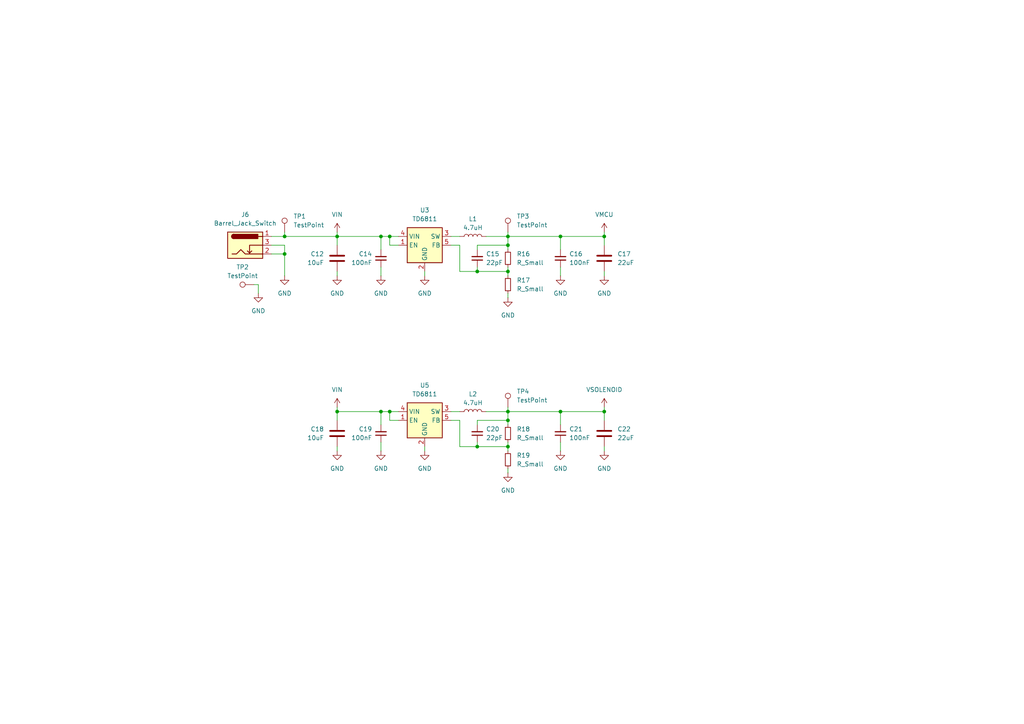
<source format=kicad_sch>
(kicad_sch (version 20231120) (generator "eeschema") (generator_version "8.0")
  (paper "A4")
  (lib_symbols
    (symbol "Connector:Barrel_Jack_Switch" (pin_names hide)
      (property "Reference" "J" (at 0 5.334 0))
      (property "Value" "Barrel_Jack_Switch" (at 0 -5.08 0))
      (symbol "Barrel_Jack_Switch_0_1"
        (rectangle (start -5.08 3.81) (end 5.08 -3.81) (stroke (width 0.254)) (fill (type background)))
        (arc (start -3.302 3.175) (mid -3.9343 2.54) (end -3.302 1.905) (stroke (width 0.254)))
        (arc (start -3.302 3.175) (mid -3.9343 2.54) (end -3.302 1.905) (stroke (width 0.254)) (fill (type outline)))
        (polyline (pts (xy 1.27 -2.286) (xy 1.905 -1.651)) (stroke (width 0.254)))
        (polyline (pts (xy 5.08 2.54) (xy 3.81 2.54)) (stroke (width 0.254)))
        (polyline (pts (xy 5.08 0) (xy 1.27 0) (xy 1.27 -2.286) (xy 0.635 -1.651)) (stroke (width 0.254)))
        (polyline (pts (xy -3.81 -2.54) (xy -2.54 -2.54) (xy -1.27 -1.27) (xy 0 -2.54) (xy 2.54 -2.54) (xy 5.08 -2.54)) (stroke (width 0.254)))
        (rectangle (start 3.683 3.175) (end -3.302 1.905) (stroke (width 0.254)) (fill (type outline)))
      )
      (symbol "Barrel_Jack_Switch_1_1"
        (pin passive line (at 7.62 2.54 180) (length 2.54) (name "~") (number "1"))
        (pin passive line (at 7.62 -2.54 180) (length 2.54) (name "~") (number "2"))
        (pin passive line (at 7.62 0 180) (length 2.54) (name "~") (number "3"))
      )
    )
    (symbol "Connector:TestPoint" (pin_numbers hide) (pin_names (offset 0.762) hide)
      (property "Reference" "TP" (at 0 6.858 0))
      (property "Value" "TestPoint" (at 0 5.08 0))
      (symbol "TestPoint_0_1"
        (circle (center 0 3.302) (radius 0.762))
      )
      (symbol "TestPoint_1_1"
        (pin passive line (at 0 0 90) (length 2.54) (name "1") (number "1"))
      )
    )
    (symbol "Device:C" (pin_numbers hide) (pin_names (offset 0.254))
      (property "Reference" "C" (at 0.635 2.54 0))
      (property "Value" "C" (at 0.635 -2.54 0))
      (symbol "C_0_1"
        (polyline (pts (xy -2.032 -0.762) (xy 2.032 -0.762)) (stroke (width 0.508)))
        (polyline (pts (xy -2.032 0.762) (xy 2.032 0.762)) (stroke (width 0.508)))
      )
      (symbol "C_1_1"
        (pin passive line (at 0 3.81 270) (length 2.794) (name "~") (number "1"))
        (pin passive line (at 0 -3.81 90) (length 2.794) (name "~") (number "2"))
      )
    )
    (symbol "Device:C_Small" (pin_numbers hide) (pin_names (offset 0.254) hide)
      (property "Reference" "C" (at 0.254 1.778 0))
      (property "Value" "C_Small" (at 0.254 -2.032 0))
      (symbol "C_Small_0_1"
        (polyline (pts (xy -1.524 -0.508) (xy 1.524 -0.508)) (stroke (width 0.3302)))
        (polyline (pts (xy -1.524 0.508) (xy 1.524 0.508)) (stroke (width 0.3048)))
      )
      (symbol "C_Small_1_1"
        (pin passive line (at 0 2.54 270) (length 2.032) (name "~") (number "1"))
        (pin passive line (at 0 -2.54 90) (length 2.032) (name "~") (number "2"))
      )
    )
    (symbol "Device:L" (pin_numbers hide) (pin_names (offset 1.016) hide)
      (property "Reference" "L" (at -1.27 0 90))
      (property "Value" "L" (at 1.905 0 90))
      (symbol "L_0_1"
        (arc (start 0 -2.54) (mid 0.6323 -1.905) (end 0 -1.27))
        (arc (start 0 -1.27) (mid 0.6323 -0.635) (end 0 0))
        (arc (start 0 0) (mid 0.6323 0.635) (end 0 1.27))
        (arc (start 0 1.27) (mid 0.6323 1.905) (end 0 2.54))
      )
      (symbol "L_1_1"
        (pin passive line (at 0 3.81 270) (length 1.27) (name "1") (number "1"))
        (pin passive line (at 0 -3.81 90) (length 1.27) (name "2") (number "2"))
      )
    )
    (symbol "Device:R_Small" (pin_numbers hide) (pin_names (offset 0.254) hide)
      (property "Reference" "R" (at 0.762 0.508 0))
      (property "Value" "R_Small" (at 0.762 -1.016 0))
      (symbol "R_Small_0_1"
        (rectangle (start -0.762 1.778) (end 0.762 -1.778) (stroke (width 0.2032)))
      )
      (symbol "R_Small_1_1"
        (pin passive line (at 0 2.54 270) (length 0.762) (name "~") (number "1"))
        (pin passive line (at 0 -2.54 90) (length 0.762) (name "~") (number "2"))
      )
    )
    (symbol "Regulator_Switching:TLV62568DBV"
      (property "Reference" "U" (at -5.08 6.35 0))
      (property "Value" "TLV62568DBV" (at 0 6.35 0))
      (symbol "TLV62568DBV_0_1"
        (rectangle (start -5.08 5.08) (end 5.08 -5.08) (stroke (width 0.254)) (fill (type background)))
      )
      (symbol "TLV62568DBV_1_1"
        (pin input line (at -7.62 0 0) (length 2.54) (name "EN") (number "1"))
        (pin power_in line (at 0 -7.62 90) (length 2.54) (name "GND") (number "2"))
        (pin power_out line (at 7.62 2.54 180) (length 2.54) (name "SW") (number "3"))
        (pin power_in line (at -7.62 2.54 0) (length 2.54) (name "VIN") (number "4"))
        (pin input line (at 7.62 0 180) (length 2.54) (name "FB") (number "5"))
      )
    )
    (symbol "power:+12V" (power) (pin_numbers hide) (pin_names (offset 0) hide)
      (property "Value" "+12V" (at 0 3.556 0))
      (symbol "+12V_0_1"
        (polyline (pts (xy -0.762 1.27) (xy 0 2.54)))
        (polyline (pts (xy 0 0) (xy 0 2.54)))
        (polyline (pts (xy 0 2.54) (xy 0.762 1.27)))
      )
      (symbol "+12V_1_1"
        (pin power_in line (at 0 0 90) (length 0) (name "~") (number "1"))
      )
    )
    (symbol "power:+3V3" (power) (pin_numbers hide) (pin_names (offset 0) hide)
      (property "Value" "+3V3" (at 0 3.556 0))
      (symbol "+3V3_0_1"
        (polyline (pts (xy -0.762 1.27) (xy 0 2.54)))
        (polyline (pts (xy 0 0) (xy 0 2.54)))
        (polyline (pts (xy 0 2.54) (xy 0.762 1.27)))
      )
      (symbol "+3V3_1_1"
        (pin power_in line (at 0 0 90) (length 0) (name "~") (number "1"))
      )
    )
    (symbol "power:GND" (power) (pin_numbers hide) (pin_names (offset 0) hide)
      (property "Value" "GND" (at 0 -3.81 0))
      (symbol "GND_0_1"
        (polyline (pts (xy 0 0) (xy 0 -1.27) (xy 1.27 -1.27) (xy 0 -2.54) (xy -1.27 -1.27) (xy 0 -1.27)))
      )
      (symbol "GND_1_1"
        (pin power_in line (at 0 0 270) (length 0) (name "~") (number "1"))
      )
    )
  )
  (junction (at 82.55 73.66))
  (junction (at 113.03 68.58))
  (junction (at 162.56 68.58))
  (junction (at 82.55 68.58))
  (junction (at 110.49 119.38))
  (junction (at 147.32 119.38))
  (junction (at 147.32 129.54))
  (junction (at 162.56 119.38))
  (junction (at 110.49 68.58))
  (junction (at 138.43 129.54))
  (junction (at 138.43 78.74))
  (junction (at 147.32 121.92))
  (junction (at 147.32 68.58))
  (junction (at 113.03 119.38))
  (junction (at 147.32 78.74))
  (junction (at 175.26 68.58))
  (junction (at 97.79 119.38))
  (junction (at 147.32 71.12))
  (junction (at 175.26 119.38))
  (junction (at 97.79 68.58))
  (wire (pts (xy 115.57 68.58) (xy 113.03 68.58)))
  (wire (pts (xy 147.32 68.58) (xy 140.97 68.58)))
  (wire (pts (xy 162.56 68.58) (xy 162.56 72.39)))
  (wire (pts (xy 74.93 85.09) (xy 74.93 82.55)))
  (wire (pts (xy 138.43 123.19) (xy 138.43 121.92)))
  (wire (pts (xy 130.81 119.38) (xy 133.35 119.38)))
  (wire (pts (xy 113.03 71.12) (xy 113.03 68.58)))
  (wire (pts (xy 147.32 78.74) (xy 147.32 77.47)))
  (wire (pts (xy 133.35 121.92) (xy 133.35 129.54)))
  (wire (pts (xy 110.49 130.81) (xy 110.49 128.27)))
  (wire (pts (xy 147.32 71.12) (xy 147.32 72.39)))
  (wire (pts (xy 175.26 68.58) (xy 175.26 71.12)))
  (wire (pts (xy 133.35 78.74) (xy 138.43 78.74)))
  (wire (pts (xy 115.57 71.12) (xy 113.03 71.12)))
  (wire (pts (xy 175.26 119.38) (xy 162.56 119.38)))
  (wire (pts (xy 97.79 130.81) (xy 97.79 129.54)))
  (wire (pts (xy 113.03 119.38) (xy 110.49 119.38)))
  (wire (pts (xy 78.74 68.58) (xy 82.55 68.58)))
  (wire (pts (xy 113.03 68.58) (xy 110.49 68.58)))
  (wire (pts (xy 138.43 128.27) (xy 138.43 129.54)))
  (wire (pts (xy 82.55 71.12) (xy 78.74 71.12)))
  (wire (pts (xy 82.55 68.58) (xy 97.79 68.58)))
  (wire (pts (xy 115.57 119.38) (xy 113.03 119.38)))
  (wire (pts (xy 147.32 71.12) (xy 147.32 68.58)))
  (wire (pts (xy 97.79 119.38) (xy 97.79 121.92)))
  (wire (pts (xy 175.26 68.58) (xy 162.56 68.58)))
  (wire (pts (xy 147.32 119.38) (xy 140.97 119.38)))
  (wire (pts (xy 110.49 119.38) (xy 110.49 123.19)))
  (wire (pts (xy 147.32 68.58) (xy 162.56 68.58)))
  (wire (pts (xy 130.81 121.92) (xy 133.35 121.92)))
  (wire (pts (xy 115.57 121.92) (xy 113.03 121.92)))
  (wire (pts (xy 175.26 80.01) (xy 175.26 78.74)))
  (wire (pts (xy 147.32 121.92) (xy 147.32 119.38)))
  (wire (pts (xy 82.55 73.66) (xy 82.55 71.12)))
  (wire (pts (xy 147.32 80.01) (xy 147.32 78.74)))
  (wire (pts (xy 133.35 129.54) (xy 138.43 129.54)))
  (wire (pts (xy 147.32 86.36) (xy 147.32 85.09)))
  (wire (pts (xy 147.32 137.16) (xy 147.32 135.89)))
  (wire (pts (xy 175.26 119.38) (xy 175.26 121.92)))
  (wire (pts (xy 147.32 118.11) (xy 147.32 119.38)))
  (wire (pts (xy 147.32 130.81) (xy 147.32 129.54)))
  (wire (pts (xy 138.43 71.12) (xy 147.32 71.12)))
  (wire (pts (xy 138.43 77.47) (xy 138.43 78.74)))
  (wire (pts (xy 162.56 119.38) (xy 162.56 123.19)))
  (wire (pts (xy 147.32 67.31) (xy 147.32 68.58)))
  (wire (pts (xy 113.03 121.92) (xy 113.03 119.38)))
  (wire (pts (xy 175.26 67.31) (xy 175.26 68.58)))
  (wire (pts (xy 162.56 130.81) (xy 162.56 128.27)))
  (wire (pts (xy 175.26 118.11) (xy 175.26 119.38)))
  (wire (pts (xy 97.79 68.58) (xy 110.49 68.58)))
  (wire (pts (xy 97.79 67.31) (xy 97.79 68.58)))
  (wire (pts (xy 82.55 67.31) (xy 82.55 68.58)))
  (wire (pts (xy 147.32 119.38) (xy 162.56 119.38)))
  (wire (pts (xy 97.79 118.11) (xy 97.79 119.38)))
  (wire (pts (xy 175.26 130.81) (xy 175.26 129.54)))
  (wire (pts (xy 110.49 68.58) (xy 110.49 72.39)))
  (wire (pts (xy 74.93 82.55) (xy 73.66 82.55)))
  (wire (pts (xy 78.74 73.66) (xy 82.55 73.66)))
  (wire (pts (xy 138.43 121.92) (xy 147.32 121.92)))
  (wire (pts (xy 147.32 121.92) (xy 147.32 123.19)))
  (wire (pts (xy 97.79 119.38) (xy 110.49 119.38)))
  (wire (pts (xy 97.79 68.58) (xy 97.79 71.12)))
  (wire (pts (xy 123.19 130.81) (xy 123.19 129.54)))
  (wire (pts (xy 147.32 129.54) (xy 147.32 128.27)))
  (wire (pts (xy 133.35 71.12) (xy 133.35 78.74)))
  (wire (pts (xy 82.55 80.01) (xy 82.55 73.66)))
  (wire (pts (xy 97.79 80.01) (xy 97.79 78.74)))
  (wire (pts (xy 130.81 68.58) (xy 133.35 68.58)))
  (wire (pts (xy 138.43 78.74) (xy 147.32 78.74)))
  (wire (pts (xy 138.43 129.54) (xy 147.32 129.54)))
  (wire (pts (xy 138.43 72.39) (xy 138.43 71.12)))
  (wire (pts (xy 110.49 80.01) (xy 110.49 77.47)))
  (wire (pts (xy 130.81 71.12) (xy 133.35 71.12)))
  (wire (pts (xy 123.19 80.01) (xy 123.19 78.74)))
  (wire (pts (xy 162.56 80.01) (xy 162.56 77.47)))
  (symbol (lib_id "Device:C") (at 97.79 74.93 0) (unit 1)
    (property "Reference" "C12" (at 93.98 73.6599 0) (effects (justify right)))
    (property "Value" "10uF" (at 93.98 76.1999 0) (effects (justify right)))
    (property "Footprint" "Capacitor_SMD:C_0805_2012Metric" (effects (hide yes)))
    (property "Description" "Unpolarized capacitor" (effects (hide yes)))
  )
  (symbol (lib_id "power:GND") (at 162.56 130.81 0) (unit 1)
    (property "Reference" "#PWR053" (effects (hide yes)))
    (property "Value" "GND" (at 162.56 135.89 0))
    (property "Description" "Power symbol creates a global label with name \"GND\" , ground" (effects (hide yes)))
  )
  (symbol (lib_id "power:GND") (at 97.79 80.01 0) (mirror y) (unit 1)
    (property "Reference" "#PWR041" (effects (hide yes)))
    (property "Value" "GND" (at 97.79 85.09 0))
    (property "Description" "Power symbol creates a global label with name \"GND\" , ground" (effects (hide yes)))
  )
  (symbol (lib_id "power:GND") (at 147.32 137.16 0) (unit 1)
    (property "Reference" "#PWR052" (effects (hide yes)))
    (property "Value" "GND" (at 147.32 142.24 0))
    (property "Description" "Power symbol creates a global label with name \"GND\" , ground" (effects (hide yes)))
  )
  (symbol (lib_id "Device:C_Small") (at 138.43 125.73 180) (unit 1)
    (property "Reference" "C20" (at 140.97 124.4535 0) (effects (justify right)))
    (property "Value" "22pF" (at 140.97 126.9935 0) (effects (justify right)))
    (property "Footprint" "Capacitor_SMD:C_0603_1608Metric" (effects (hide yes)))
    (property "Description" "Unpolarized capacitor, small symbol" (effects (hide yes)))
  )
  (symbol (lib_id "power:GND") (at 175.26 130.81 0) (unit 1)
    (property "Reference" "#PWR055" (effects (hide yes)))
    (property "Value" "GND" (at 175.26 135.89 0))
    (property "Description" "Power symbol creates a global label with name \"GND\" , ground" (effects (hide yes)))
  )
  (symbol (lib_id "Device:C_Small") (at 138.43 74.93 180) (unit 1)
    (property "Reference" "C15" (at 140.97 73.6535 0) (effects (justify right)))
    (property "Value" "22pF" (at 140.97 76.1935 0) (effects (justify right)))
    (property "Footprint" "Capacitor_SMD:C_0603_1608Metric" (effects (hide yes)))
    (property "Description" "Unpolarized capacitor, small symbol" (effects (hide yes)))
  )
  (symbol (lib_id "Connector:TestPoint") (at 147.32 118.11 0) (unit 1)
    (property "Reference" "TP4" (at 149.86 113.5379 0) (effects (justify left)))
    (property "Value" "TestPoint" (at 149.86 116.0779 0) (effects (justify left)))
    (property "Footprint" "TestPoint:TestPoint_Pad_D1.0mm" (effects (hide yes)))
    (property "Description" "test point" (effects (hide yes)))
  )
  (symbol (lib_id "Device:C_Small") (at 162.56 125.73 180) (unit 1)
    (property "Reference" "C21" (at 165.1 124.4535 0) (effects (justify right)))
    (property "Value" "100nF" (at 165.1 126.9935 0) (effects (justify right)))
    (property "Footprint" "Capacitor_SMD:C_0603_1608Metric" (effects (hide yes)))
    (property "Description" "Unpolarized capacitor, small symbol" (effects (hide yes)))
  )
  (symbol (lib_id "Device:C_Small") (at 162.56 74.93 180) (unit 1)
    (property "Reference" "C16" (at 165.1 73.6535 0) (effects (justify right)))
    (property "Value" "100nF" (at 165.1 76.1935 0) (effects (justify right)))
    (property "Footprint" "Capacitor_SMD:C_0603_1608Metric" (effects (hide yes)))
    (property "Description" "Unpolarized capacitor, small symbol" (effects (hide yes)))
  )
  (symbol (lib_id "Device:L") (at 137.16 119.38 90) (unit 1)
    (property "Reference" "L2" (at 137.16 114.3 90))
    (property "Value" "4.7uH" (at 137.16 116.84 90))
    (property "Footprint" "Inductor_SMD:L_Abracon_ASPI-0425" (effects (hide yes)))
    (property "Description" "Inductor" (effects (hide yes)))
  )
  (symbol (lib_id "power:GND") (at 82.55 80.01 0) (mirror y) (unit 1)
    (property "Reference" "#PWR054" (effects (hide yes)))
    (property "Value" "GND" (at 82.55 85.09 0))
    (property "Description" "Power symbol creates a global label with name \"GND\" , ground" (effects (hide yes)))
  )
  (symbol (lib_id "power:+3V3") (at 97.79 67.31 0) (unit 1)
    (property "Reference" "#PWR040" (effects (hide yes)))
    (property "Value" "VIN" (at 97.79 62.23 0))
    (property "Description" "Power symbol creates a global label with name \"+3V3\"" (effects (hide yes)))
  )
  (symbol (lib_id "power:+12V") (at 175.26 118.11 0) (unit 1)
    (property "Reference" "#PWR056" (effects (hide yes)))
    (property "Value" "VSOLENOID" (at 175.26 113.03 0))
    (property "Description" "Power symbol creates a global label with name \"+12V\"" (effects (hide yes)))
  )
  (symbol (lib_id "Device:C_Small") (at 110.49 125.73 0) (mirror x) (unit 1)
    (property "Reference" "C19" (at 107.95 124.4535 0) (effects (justify right)))
    (property "Value" "100nF" (at 107.95 126.9935 0) (effects (justify right)))
    (property "Footprint" "Capacitor_SMD:C_0603_1608Metric" (effects (hide yes)))
    (property "Description" "Unpolarized capacitor, small symbol" (effects (hide yes)))
  )
  (symbol (lib_id "power:GND") (at 175.26 80.01 0) (unit 1)
    (property "Reference" "#PWR047" (effects (hide yes)))
    (property "Value" "GND" (at 175.26 85.09 0))
    (property "Description" "Power symbol creates a global label with name \"GND\" , ground" (effects (hide yes)))
  )
  (symbol (lib_id "power:GND") (at 162.56 80.01 0) (unit 1)
    (property "Reference" "#PWR045" (effects (hide yes)))
    (property "Value" "GND" (at 162.56 85.09 0))
    (property "Description" "Power symbol creates a global label with name \"GND\" , ground" (effects (hide yes)))
  )
  (symbol (lib_id "Connector:Barrel_Jack_Switch") (at 71.12 71.12 0) (unit 1)
    (property "Reference" "J6" (at 71.12 62.23 0))
    (property "Value" "Barrel_Jack_Switch" (at 71.12 64.77 0))
    (property "Footprint" "Connector_BarrelJack:BarrelJack_Horizontal" (effects (hide yes)))
    (property "Description" "DC Barrel Jack with an internal switch" (effects (hide yes)))
  )
  (symbol (lib_id "Device:C") (at 175.26 125.73 0) (mirror y) (unit 1)
    (property "Reference" "C22" (at 179.07 124.4599 0) (effects (justify right)))
    (property "Value" "22uF" (at 179.07 126.9999 0) (effects (justify right)))
    (property "Footprint" "Capacitor_SMD:C_0805_2012Metric" (effects (hide yes)))
    (property "Description" "Unpolarized capacitor" (effects (hide yes)))
  )
  (symbol (lib_id "Connector:TestPoint") (at 73.66 82.55 90) (unit 1)
    (property "Reference" "TP2" (at 70.358 77.47 90))
    (property "Value" "TestPoint" (at 70.358 80.01 90))
    (property "Footprint" "TestPoint:TestPoint_Pad_D1.0mm" (effects (hide yes)))
    (property "Description" "test point" (effects (hide yes)))
  )
  (symbol (lib_id "power:+3V3") (at 175.26 67.31 0) (unit 1)
    (property "Reference" "#PWR046" (effects (hide yes)))
    (property "Value" "VMCU" (at 175.26 62.23 0))
    (property "Description" "Power symbol creates a global label with name \"+3V3\"" (effects (hide yes)))
  )
  (symbol (lib_id "Regulator_Switching:TLV62568DBV") (at 123.19 121.92 0) (unit 1)
    (property "Reference" "U5" (at 123.19 111.76 0))
    (property "Value" "TD6811" (at 123.19 114.3 0))
    (property "Footprint" "Package_TO_SOT_SMD:SOT-23-5" (effects (hide yes)))
    (property "Datasheet" "http://www.ti.com/lit/ds/symlink/tlv62568.pdf" (effects (hide yes)))
    (property "Description" "High Efficiency Synchronous Buck Converter, Adjustable Output 0.6V-5.5V, 1A, SOT-23-5" (effects (hide yes)))
  )
  (symbol (lib_id "Connector:TestPoint") (at 82.55 67.31 0) (unit 1)
    (property "Reference" "TP1" (at 85.09 62.7379 0) (effects (justify left)))
    (property "Value" "TestPoint" (at 85.09 65.2779 0) (effects (justify left)))
    (property "Footprint" "TestPoint:TestPoint_Pad_D1.0mm" (effects (hide yes)))
    (property "Description" "test point" (effects (hide yes)))
  )
  (symbol (lib_id "power:GND") (at 110.49 80.01 0) (mirror y) (unit 1)
    (property "Reference" "#PWR042" (effects (hide yes)))
    (property "Value" "GND" (at 110.49 85.09 0))
    (property "Description" "Power symbol creates a global label with name \"GND\" , ground" (effects (hide yes)))
  )
  (symbol (lib_id "power:+3V3") (at 97.79 118.11 0) (unit 1)
    (property "Reference" "#PWR048" (effects (hide yes)))
    (property "Value" "VIN" (at 97.79 113.03 0))
    (property "Description" "Power symbol creates a global label with name \"+3V3\"" (effects (hide yes)))
  )
  (symbol (lib_id "power:GND") (at 110.49 130.81 0) (mirror y) (unit 1)
    (property "Reference" "#PWR050" (effects (hide yes)))
    (property "Value" "GND" (at 110.49 135.89 0))
    (property "Description" "Power symbol creates a global label with name \"GND\" , ground" (effects (hide yes)))
  )
  (symbol (lib_id "power:GND") (at 147.32 86.36 0) (unit 1)
    (property "Reference" "#PWR044" (effects (hide yes)))
    (property "Value" "GND" (at 147.32 91.44 0))
    (property "Description" "Power symbol creates a global label with name \"GND\" , ground" (effects (hide yes)))
  )
  (symbol (lib_id "Device:R_Small") (at 147.32 74.93 0) (unit 1)
    (property "Reference" "R16" (at 149.86 73.6599 0) (effects (justify left)))
    (property "Value" "R_Small" (at 149.86 76.1999 0) (effects (justify left)))
    (property "Footprint" "Resistor_SMD:R_0603_1608Metric" (effects (hide yes)))
    (property "Description" "Resistor, small symbol" (effects (hide yes)))
  )
  (symbol (lib_id "Device:L") (at 137.16 68.58 90) (unit 1)
    (property "Reference" "L1" (at 137.16 63.5 90))
    (property "Value" "4.7uH" (at 137.16 66.04 90))
    (property "Footprint" "Inductor_SMD:L_Abracon_ASPI-0425" (effects (hide yes)))
    (property "Description" "Inductor" (effects (hide yes)))
  )
  (symbol (lib_id "Connector:TestPoint") (at 147.32 67.31 0) (unit 1)
    (property "Reference" "TP3" (at 149.86 62.7379 0) (effects (justify left)))
    (property "Value" "TestPoint" (at 149.86 65.2779 0) (effects (justify left)))
    (property "Footprint" "TestPoint:TestPoint_Pad_D1.0mm" (effects (hide yes)))
    (property "Description" "test point" (effects (hide yes)))
  )
  (symbol (lib_id "Device:C") (at 175.26 74.93 0) (mirror y) (unit 1)
    (property "Reference" "C17" (at 179.07 73.6599 0) (effects (justify right)))
    (property "Value" "22uF" (at 179.07 76.1999 0) (effects (justify right)))
    (property "Footprint" "Capacitor_SMD:C_0805_2012Metric" (effects (hide yes)))
    (property "Description" "Unpolarized capacitor" (effects (hide yes)))
  )
  (symbol (lib_id "power:GND") (at 74.93 85.09 0) (mirror y) (unit 1)
    (property "Reference" "#PWR068" (effects (hide yes)))
    (property "Value" "GND" (at 74.93 90.17 0))
    (property "Description" "Power symbol creates a global label with name \"GND\" , ground" (effects (hide yes)))
  )
  (symbol (lib_id "power:GND") (at 123.19 80.01 0) (unit 1)
    (property "Reference" "#PWR043" (effects (hide yes)))
    (property "Value" "GND" (at 123.19 85.09 0))
    (property "Description" "Power symbol creates a global label with name \"GND\" , ground" (effects (hide yes)))
  )
  (symbol (lib_id "Device:R_Small") (at 147.32 82.55 0) (unit 1)
    (property "Reference" "R17" (at 149.86 81.2799 0) (effects (justify left)))
    (property "Value" "R_Small" (at 149.86 83.8199 0) (effects (justify left)))
    (property "Footprint" "Resistor_SMD:R_0603_1608Metric" (effects (hide yes)))
    (property "Description" "Resistor, small symbol" (effects (hide yes)))
  )
  (symbol (lib_id "Device:R_Small") (at 147.32 125.73 0) (unit 1)
    (property "Reference" "R18" (at 149.86 124.4599 0) (effects (justify left)))
    (property "Value" "R_Small" (at 149.86 126.9999 0) (effects (justify left)))
    (property "Footprint" "Resistor_SMD:R_0603_1608Metric" (effects (hide yes)))
    (property "Description" "Resistor, small symbol" (effects (hide yes)))
  )
  (symbol (lib_id "power:GND") (at 123.19 130.81 0) (unit 1)
    (property "Reference" "#PWR051" (effects (hide yes)))
    (property "Value" "GND" (at 123.19 135.89 0))
    (property "Description" "Power symbol creates a global label with name \"GND\" , ground" (effects (hide yes)))
  )
  (symbol (lib_id "Device:C_Small") (at 110.49 74.93 0) (mirror x) (unit 1)
    (property "Reference" "C14" (at 107.95 73.6535 0) (effects (justify right)))
    (property "Value" "100nF" (at 107.95 76.1935 0) (effects (justify right)))
    (property "Footprint" "Capacitor_SMD:C_0603_1608Metric" (effects (hide yes)))
    (property "Description" "Unpolarized capacitor, small symbol" (effects (hide yes)))
  )
  (symbol (lib_id "Device:C") (at 97.79 125.73 0) (unit 1)
    (property "Reference" "C18" (at 93.98 124.4599 0) (effects (justify right)))
    (property "Value" "10uF" (at 93.98 126.9999 0) (effects (justify right)))
    (property "Footprint" "Capacitor_SMD:C_0805_2012Metric" (effects (hide yes)))
    (property "Description" "Unpolarized capacitor" (effects (hide yes)))
  )
  (symbol (lib_id "Device:R_Small") (at 147.32 133.35 0) (unit 1)
    (property "Reference" "R19" (at 149.86 132.0799 0) (effects (justify left)))
    (property "Value" "R_Small" (at 149.86 134.6199 0) (effects (justify left)))
    (property "Footprint" "Resistor_SMD:R_0603_1608Metric" (effects (hide yes)))
    (property "Description" "Resistor, small symbol" (effects (hide yes)))
  )
  (symbol (lib_id "Regulator_Switching:TLV62568DBV") (at 123.19 71.12 0) (unit 1)
    (property "Reference" "U3" (at 123.19 60.96 0))
    (property "Value" "TD6811" (at 123.19 63.5 0))
    (property "Footprint" "Package_TO_SOT_SMD:SOT-23-5" (effects (hide yes)))
    (property "Datasheet" "http://www.ti.com/lit/ds/symlink/tlv62568.pdf" (effects (hide yes)))
    (property "Description" "High Efficiency Synchronous Buck Converter, Adjustable Output 0.6V-5.5V, 1A, SOT-23-5" (effects (hide yes)))
  )
  (symbol (lib_id "power:GND") (at 97.79 130.81 0) (mirror y) (unit 1)
    (property "Reference" "#PWR049" (effects (hide yes)))
    (property "Value" "GND" (at 97.79 135.89 0))
    (property "Description" "Power symbol creates a global label with name \"GND\" , ground" (effects (hide yes)))
  )
)
</source>
